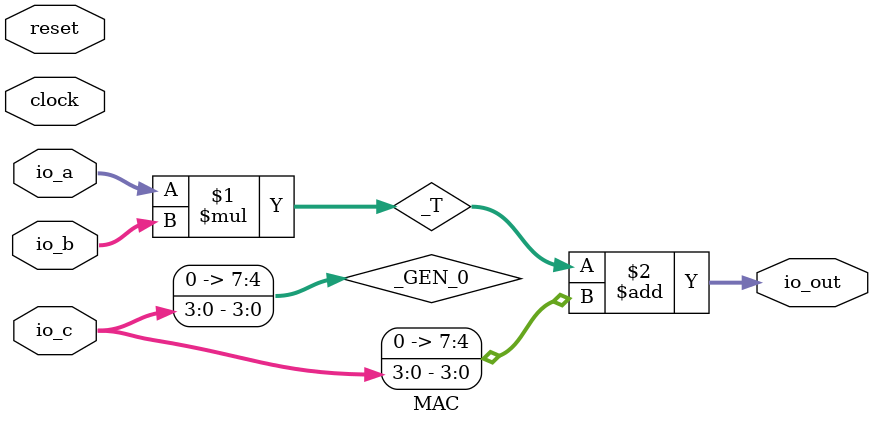
<source format=v>
module MAC(
  input        clock,
  input        reset,
  input  [3:0] io_a,
  input  [3:0] io_b,
  input  [3:0] io_c,
  output [7:0] io_out
);
  wire [7:0] _T; // @[MAC.scala 14:19]
  wire [7:0] _GEN_0; // @[MAC.scala 14:27]
  assign _T = io_a * io_b; // @[MAC.scala 14:19]
  assign _GEN_0 = {{4'd0}, io_c}; // @[MAC.scala 14:27]
  assign io_out = _T + _GEN_0; // @[MAC.scala 14:10]
endmodule

</source>
